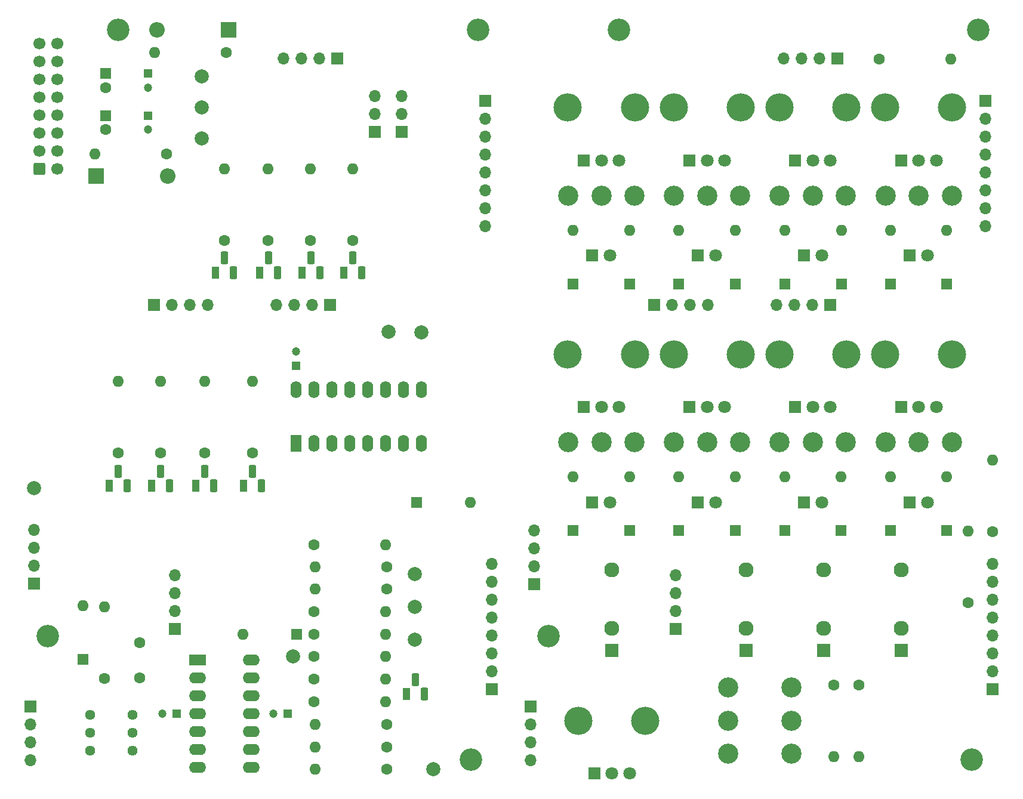
<source format=gts>
G04 #@! TF.GenerationSoftware,KiCad,Pcbnew,8.0.2-1*
G04 #@! TF.CreationDate,2024-06-17T09:45:16+02:00*
G04 #@! TF.ProjectId,sensei,73656e73-6569-42e6-9b69-6361645f7063,rev?*
G04 #@! TF.SameCoordinates,Original*
G04 #@! TF.FileFunction,Soldermask,Top*
G04 #@! TF.FilePolarity,Negative*
%FSLAX46Y46*%
G04 Gerber Fmt 4.6, Leading zero omitted, Abs format (unit mm)*
G04 Created by KiCad (PCBNEW 8.0.2-1) date 2024-06-17 09:45:16*
%MOMM*%
%LPD*%
G01*
G04 APERTURE LIST*
G04 Aperture macros list*
%AMRoundRect*
0 Rectangle with rounded corners*
0 $1 Rounding radius*
0 $2 $3 $4 $5 $6 $7 $8 $9 X,Y pos of 4 corners*
0 Add a 4 corners polygon primitive as box body*
4,1,4,$2,$3,$4,$5,$6,$7,$8,$9,$2,$3,0*
0 Add four circle primitives for the rounded corners*
1,1,$1+$1,$2,$3*
1,1,$1+$1,$4,$5*
1,1,$1+$1,$6,$7*
1,1,$1+$1,$8,$9*
0 Add four rect primitives between the rounded corners*
20,1,$1+$1,$2,$3,$4,$5,0*
20,1,$1+$1,$4,$5,$6,$7,0*
20,1,$1+$1,$6,$7,$8,$9,0*
20,1,$1+$1,$8,$9,$2,$3,0*%
G04 Aperture macros list end*
%ADD10R,1.700000X1.700000*%
%ADD11O,1.700000X1.700000*%
%ADD12R,1.800000X1.800000*%
%ADD13C,1.800000*%
%ADD14C,1.600000*%
%ADD15O,1.600000X1.600000*%
%ADD16R,1.930000X1.830000*%
%ADD17C,2.130000*%
%ADD18C,2.850000*%
%ADD19O,4.000000X4.000000*%
%ADD20R,2.200000X2.200000*%
%ADD21O,2.200000X2.200000*%
%ADD22R,1.100000X1.800000*%
%ADD23RoundRect,0.275000X-0.275000X-0.625000X0.275000X-0.625000X0.275000X0.625000X-0.275000X0.625000X0*%
%ADD24R,1.600000X1.600000*%
%ADD25C,2.000000*%
%ADD26C,3.200000*%
%ADD27R,1.600000X2.400000*%
%ADD28O,1.600000X2.400000*%
%ADD29R,2.400000X1.600000*%
%ADD30O,2.400000X1.600000*%
%ADD31R,1.200000X1.200000*%
%ADD32C,1.200000*%
%ADD33C,1.440000*%
%ADD34RoundRect,0.250000X-0.600000X-0.600000X0.600000X-0.600000X0.600000X0.600000X-0.600000X0.600000X0*%
%ADD35C,1.700000*%
G04 APERTURE END LIST*
D10*
X96000000Y-58000000D03*
D11*
X93460000Y-58000000D03*
X90920000Y-58000000D03*
X88380000Y-58000000D03*
D12*
X162210000Y-86000000D03*
D13*
X164750000Y-86000000D03*
D14*
X77250000Y-114030000D03*
D15*
X77250000Y-103870000D03*
D12*
X132210000Y-86000000D03*
D13*
X134750000Y-86000000D03*
D16*
X154000000Y-141980000D03*
D17*
X154000000Y-130580000D03*
X154000000Y-138880000D03*
D14*
X103030000Y-152500000D03*
D15*
X92870000Y-152500000D03*
D18*
X173800000Y-112500000D03*
X178500000Y-112500000D03*
X183200000Y-112500000D03*
D19*
X173750000Y-65000000D03*
X183250000Y-65000000D03*
D12*
X176000000Y-72500000D03*
D13*
X178500000Y-72500000D03*
X181000000Y-72500000D03*
D20*
X80610000Y-53940000D03*
D21*
X70450000Y-53940000D03*
D14*
X103030000Y-158900000D03*
D15*
X92870000Y-158900000D03*
D22*
X85000000Y-88400000D03*
D23*
X86270000Y-86330000D03*
X87540000Y-88400000D03*
D24*
X152500000Y-125000000D03*
D15*
X152500000Y-117380000D03*
D25*
X76800000Y-69340000D03*
D19*
X173750000Y-100000000D03*
X183250000Y-100000000D03*
D12*
X176000000Y-107500000D03*
D13*
X178500000Y-107500000D03*
X181000000Y-107500000D03*
D22*
X91000000Y-88400000D03*
D23*
X92270000Y-86330000D03*
X93540000Y-88400000D03*
D18*
X128800000Y-77500000D03*
X133500000Y-77500000D03*
X138200000Y-77500000D03*
D19*
X158750000Y-65000000D03*
X168250000Y-65000000D03*
D12*
X161000000Y-72500000D03*
D13*
X163500000Y-72500000D03*
X166000000Y-72500000D03*
D24*
X60000000Y-143310000D03*
D15*
X60000000Y-135690000D03*
D16*
X135000000Y-141980000D03*
D17*
X135000000Y-130580000D03*
X135000000Y-138880000D03*
D25*
X76800000Y-64940000D03*
D12*
X162210000Y-121000000D03*
D13*
X164750000Y-121000000D03*
D14*
X92770000Y-127000000D03*
D15*
X102930000Y-127000000D03*
D25*
X107000000Y-135800000D03*
D22*
X69730000Y-118670000D03*
D23*
X71000000Y-116600000D03*
X72270000Y-118670000D03*
D18*
X151500000Y-156700000D03*
X151500000Y-152000000D03*
X151500000Y-147300000D03*
D14*
X71000000Y-114030000D03*
D15*
X71000000Y-103870000D03*
D16*
X176000000Y-141980000D03*
D17*
X176000000Y-130580000D03*
X176000000Y-138880000D03*
D24*
X129500000Y-125000000D03*
D15*
X129500000Y-117380000D03*
D19*
X130250000Y-152000000D03*
X139750000Y-152000000D03*
D12*
X132500000Y-159500000D03*
D13*
X135000000Y-159500000D03*
X137500000Y-159500000D03*
D12*
X177210000Y-121000000D03*
D13*
X179750000Y-121000000D03*
D24*
X174500000Y-90000000D03*
D15*
X174500000Y-82380000D03*
D10*
X52500000Y-150000000D03*
D11*
X52500000Y-152540000D03*
X52500000Y-155080000D03*
X52500000Y-157620000D03*
D10*
X73000000Y-139000000D03*
D11*
X73000000Y-136460000D03*
X73000000Y-133920000D03*
X73000000Y-131380000D03*
D18*
X158800000Y-112500000D03*
X163500000Y-112500000D03*
X168200000Y-112500000D03*
D24*
X137500000Y-90000000D03*
D15*
X137500000Y-82380000D03*
D14*
X103030000Y-155700000D03*
D15*
X92870000Y-155700000D03*
D12*
X147210000Y-121000000D03*
D13*
X149750000Y-121000000D03*
D24*
X182500000Y-125000000D03*
D15*
X182500000Y-117380000D03*
D26*
X115000000Y-157500000D03*
D14*
X98250000Y-83830000D03*
D15*
X98250000Y-73670000D03*
D12*
X132210000Y-121000000D03*
D13*
X134750000Y-121000000D03*
D24*
X159540000Y-90000000D03*
D15*
X159540000Y-82380000D03*
D18*
X143800000Y-112500000D03*
X148500000Y-112500000D03*
X153200000Y-112500000D03*
D14*
X185500000Y-135230000D03*
D15*
X185500000Y-125070000D03*
D26*
X126000000Y-140000000D03*
D20*
X61850000Y-74740000D03*
D21*
X72010000Y-74740000D03*
D26*
X187000000Y-54000000D03*
D22*
X105860000Y-148200000D03*
D23*
X107130000Y-146130000D03*
X108400000Y-148200000D03*
D22*
X97000000Y-88400000D03*
D23*
X98270000Y-86330000D03*
X99540000Y-88400000D03*
D24*
X90310000Y-139750000D03*
D15*
X82690000Y-139750000D03*
D19*
X158750000Y-100000000D03*
X168250000Y-100000000D03*
D12*
X161000000Y-107500000D03*
D13*
X163500000Y-107500000D03*
X166000000Y-107500000D03*
D22*
X76000000Y-118670000D03*
D23*
X77270000Y-116600000D03*
X78540000Y-118670000D03*
D24*
X137500000Y-125000000D03*
D15*
X137500000Y-117380000D03*
D25*
X107000000Y-140500000D03*
D10*
X95000000Y-93000000D03*
D11*
X92460000Y-93000000D03*
X89920000Y-93000000D03*
X87380000Y-93000000D03*
D24*
X174500000Y-125000000D03*
D15*
X174500000Y-117380000D03*
D14*
X189000000Y-125210000D03*
D15*
X189000000Y-115050000D03*
D25*
X53000000Y-119000000D03*
D24*
X159500000Y-125000000D03*
D15*
X159500000Y-117380000D03*
D14*
X103030000Y-130200000D03*
D15*
X92870000Y-130200000D03*
D12*
X147210000Y-86000000D03*
D13*
X149750000Y-86000000D03*
D26*
X55000000Y-140000000D03*
D24*
X152500000Y-90000000D03*
D15*
X152500000Y-82380000D03*
D14*
X80000000Y-83830000D03*
D15*
X80000000Y-73670000D03*
D24*
X144500000Y-125000000D03*
D15*
X144500000Y-117380000D03*
D26*
X116000000Y-54000000D03*
D25*
X76800000Y-60540000D03*
D24*
X167525000Y-125000000D03*
D15*
X167525000Y-117380000D03*
D14*
X166500000Y-146890000D03*
D15*
X166500000Y-157050000D03*
D10*
X70000000Y-93000000D03*
D11*
X72540000Y-93000000D03*
X75080000Y-93000000D03*
X77620000Y-93000000D03*
D14*
X92770000Y-139700000D03*
D15*
X102930000Y-139700000D03*
D25*
X107000000Y-131200000D03*
D18*
X143800000Y-77500000D03*
X148500000Y-77500000D03*
X153200000Y-77500000D03*
D24*
X107280000Y-121000000D03*
D15*
X114900000Y-121000000D03*
D14*
X84000000Y-114030000D03*
D15*
X84000000Y-103870000D03*
D14*
X92770000Y-149300000D03*
D15*
X102930000Y-149300000D03*
D14*
X71790000Y-71540000D03*
D15*
X61630000Y-71540000D03*
D25*
X109700000Y-158900000D03*
D26*
X136000000Y-54000000D03*
D14*
X63050000Y-146030000D03*
D15*
X63050000Y-135870000D03*
D24*
X129500000Y-90000000D03*
D15*
X129500000Y-82380000D03*
D24*
X167540000Y-90000000D03*
D15*
X167540000Y-82380000D03*
D25*
X103300000Y-96800000D03*
D24*
X182500000Y-90000000D03*
D15*
X182500000Y-82380000D03*
D14*
X80290000Y-57200000D03*
D15*
X70130000Y-57200000D03*
D26*
X65000000Y-54000000D03*
X186000000Y-157500000D03*
D22*
X63730000Y-118670000D03*
D23*
X65000000Y-116600000D03*
X66270000Y-118670000D03*
D14*
X92770000Y-142900000D03*
D15*
X102930000Y-142900000D03*
D19*
X143750000Y-65000000D03*
X153250000Y-65000000D03*
D12*
X146000000Y-72500000D03*
D13*
X148500000Y-72500000D03*
X151000000Y-72500000D03*
D27*
X90220000Y-112620000D03*
D28*
X92760000Y-112620000D03*
X95300000Y-112620000D03*
X97840000Y-112620000D03*
X100380000Y-112620000D03*
X102920000Y-112620000D03*
X105460000Y-112620000D03*
X108000000Y-112620000D03*
X108000000Y-105000000D03*
X105460000Y-105000000D03*
X102920000Y-105000000D03*
X100380000Y-105000000D03*
X97840000Y-105000000D03*
X95300000Y-105000000D03*
X92760000Y-105000000D03*
X90220000Y-105000000D03*
D14*
X103030000Y-133300000D03*
D15*
X92870000Y-133300000D03*
D19*
X143750000Y-100000000D03*
X153250000Y-100000000D03*
D12*
X146000000Y-107500000D03*
D13*
X148500000Y-107500000D03*
X151000000Y-107500000D03*
D10*
X118000000Y-147500000D03*
D11*
X118000000Y-144960000D03*
X118000000Y-142420000D03*
X118000000Y-139880000D03*
X118000000Y-137340000D03*
X118000000Y-134800000D03*
X118000000Y-132260000D03*
X118000000Y-129720000D03*
D18*
X160500000Y-156700000D03*
X160500000Y-152000000D03*
X160500000Y-147300000D03*
D12*
X177210000Y-86000000D03*
D13*
X179750000Y-86000000D03*
D18*
X173800000Y-77500000D03*
X178500000Y-77500000D03*
X183200000Y-77500000D03*
D14*
X92770000Y-136500000D03*
D15*
X102930000Y-136500000D03*
D25*
X89800000Y-142900000D03*
D19*
X128750000Y-100000000D03*
X138250000Y-100000000D03*
D12*
X131000000Y-107500000D03*
D13*
X133500000Y-107500000D03*
X136000000Y-107500000D03*
D14*
X170000000Y-146890000D03*
D15*
X170000000Y-157050000D03*
D14*
X86200000Y-83830000D03*
D15*
X86200000Y-73670000D03*
D14*
X65000000Y-114030000D03*
D15*
X65000000Y-103870000D03*
D18*
X158800000Y-77500000D03*
X163500000Y-77500000D03*
X168200000Y-77500000D03*
D11*
X117000000Y-81780000D03*
X117000000Y-79240000D03*
X117000000Y-76700000D03*
X117000000Y-74160000D03*
X117000000Y-71620000D03*
X117000000Y-69080000D03*
X117000000Y-66540000D03*
D10*
X117000000Y-64000000D03*
D24*
X144500000Y-90000000D03*
D15*
X144500000Y-82380000D03*
D14*
X172890000Y-58100000D03*
D15*
X183050000Y-58100000D03*
D14*
X92250000Y-83830000D03*
D15*
X92250000Y-73670000D03*
D22*
X78730000Y-88400000D03*
D23*
X80000000Y-86330000D03*
X81270000Y-88400000D03*
D19*
X128750000Y-65000000D03*
X138250000Y-65000000D03*
D12*
X131000000Y-72500000D03*
D13*
X133500000Y-72500000D03*
X136000000Y-72500000D03*
D18*
X128800000Y-112500000D03*
X133500000Y-112500000D03*
X138200000Y-112500000D03*
D10*
X53000000Y-132540000D03*
D11*
X53000000Y-130000000D03*
X53000000Y-127460000D03*
X53000000Y-124920000D03*
D14*
X92770000Y-146100000D03*
D15*
X102930000Y-146100000D03*
D16*
X165000000Y-141980000D03*
D17*
X165000000Y-130580000D03*
X165000000Y-138880000D03*
D25*
X108000000Y-96900000D03*
D29*
X76200000Y-143375000D03*
D30*
X76200000Y-145915000D03*
X76200000Y-148455000D03*
X76200000Y-150995000D03*
X76200000Y-153535000D03*
X76200000Y-156075000D03*
X76200000Y-158615000D03*
X83820000Y-158615000D03*
X83820000Y-156075000D03*
X83820000Y-153535000D03*
X83820000Y-150995000D03*
X83820000Y-148455000D03*
X83820000Y-145915000D03*
X83820000Y-143375000D03*
D22*
X82730000Y-118670000D03*
D23*
X84000000Y-116600000D03*
X85270000Y-118670000D03*
D14*
X68000000Y-140955000D03*
X68000000Y-145955000D03*
D10*
X166000000Y-93000000D03*
D11*
X163460000Y-93000000D03*
X160920000Y-93000000D03*
X158380000Y-93000000D03*
D10*
X124000000Y-132620000D03*
D11*
X124000000Y-130080000D03*
X124000000Y-127540000D03*
X124000000Y-125000000D03*
D10*
X144000000Y-139000000D03*
D11*
X144000000Y-136460000D03*
X144000000Y-133920000D03*
X144000000Y-131380000D03*
D31*
X90220000Y-101620000D03*
D32*
X90220000Y-99620000D03*
D31*
X88972600Y-151000000D03*
D32*
X86972600Y-151000000D03*
D10*
X167000000Y-58000000D03*
D11*
X164460000Y-58000000D03*
X161920000Y-58000000D03*
X159380000Y-58000000D03*
D10*
X141000000Y-93000000D03*
D11*
X143540000Y-93000000D03*
X146080000Y-93000000D03*
X148620000Y-93000000D03*
D33*
X67000000Y-151160000D03*
X67000000Y-153700000D03*
X67000000Y-156240000D03*
D10*
X188000000Y-64000000D03*
D11*
X188000000Y-66540000D03*
X188000000Y-69080000D03*
X188000000Y-71620000D03*
X188000000Y-74160000D03*
X188000000Y-76700000D03*
X188000000Y-79240000D03*
X188000000Y-81780000D03*
D10*
X105200000Y-68480000D03*
D11*
X105200000Y-65940000D03*
X105200000Y-63400000D03*
D10*
X189000000Y-147540000D03*
D11*
X189000000Y-145000000D03*
X189000000Y-142460000D03*
X189000000Y-139920000D03*
X189000000Y-137380000D03*
X189000000Y-134840000D03*
X189000000Y-132300000D03*
X189000000Y-129760000D03*
D34*
X53800000Y-73680000D03*
D35*
X56340000Y-73680000D03*
X53800000Y-71140000D03*
X56340000Y-71140000D03*
X53800000Y-68600000D03*
X56340000Y-68600000D03*
X53800000Y-66060000D03*
X56340000Y-66060000D03*
X53800000Y-63520000D03*
X56340000Y-63520000D03*
X53800000Y-60980000D03*
X56340000Y-60980000D03*
X53800000Y-58440000D03*
X56340000Y-58440000D03*
X53800000Y-55900000D03*
X56340000Y-55900000D03*
D33*
X61000000Y-151160000D03*
X61000000Y-153700000D03*
X61000000Y-156240000D03*
D10*
X123500000Y-150000000D03*
D11*
X123500000Y-152540000D03*
X123500000Y-155080000D03*
X123500000Y-157620000D03*
D31*
X73250000Y-151000000D03*
D32*
X71250000Y-151000000D03*
D10*
X101400000Y-68460000D03*
D11*
X101400000Y-65920000D03*
X101400000Y-63380000D03*
D24*
X63200000Y-60140000D03*
D14*
X63200000Y-62140000D03*
D24*
X63200000Y-66140000D03*
D14*
X63200000Y-68140000D03*
D31*
X69200000Y-66140000D03*
D32*
X69200000Y-68140000D03*
D31*
X69200000Y-60140000D03*
D32*
X69200000Y-62140000D03*
M02*

</source>
